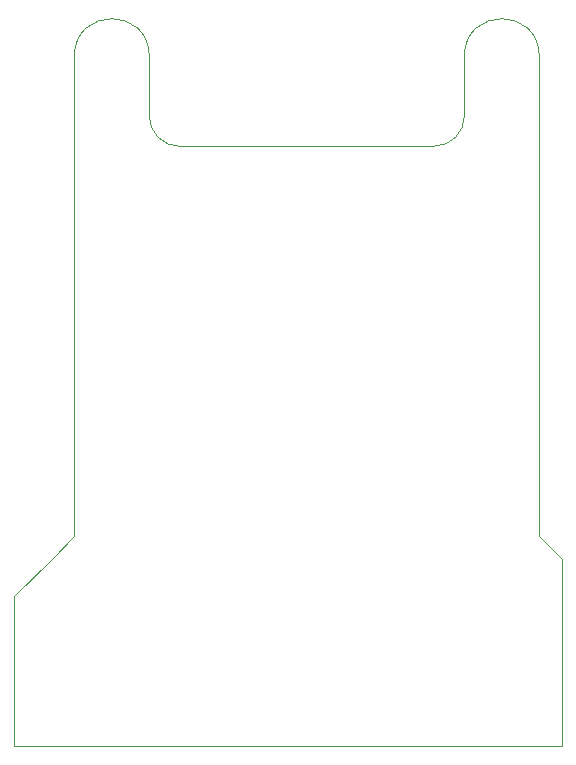
<source format=gm1>
%TF.GenerationSoftware,KiCad,Pcbnew,(6.0.0)*%
%TF.CreationDate,2022-03-13T18:37:57-04:00*%
%TF.ProjectId,buffer PCB,62756666-6572-4205-9043-422e6b696361,rev?*%
%TF.SameCoordinates,Original*%
%TF.FileFunction,Profile,NP*%
%FSLAX46Y46*%
G04 Gerber Fmt 4.6, Leading zero omitted, Abs format (unit mm)*
G04 Created by KiCad (PCBNEW (6.0.0)) date 2022-03-13 18:37:57*
%MOMM*%
%LPD*%
G01*
G04 APERTURE LIST*
%TA.AperFunction,Profile*%
%ADD10C,0.100000*%
%TD*%
G04 APERTURE END LIST*
D10*
X139065000Y-111760000D02*
X140970000Y-113665000D01*
X139065000Y-71120000D02*
G75*
G03*
X132715000Y-71120000I-3175000J0D01*
G01*
X130175000Y-78740000D02*
G75*
G03*
X132715000Y-76200000I-1J2540001D01*
G01*
X94615000Y-116840000D02*
X94615000Y-129540000D01*
X106045000Y-76200000D02*
G75*
G03*
X108585000Y-78740000I2540001J1D01*
G01*
X99695000Y-111760000D02*
X97790000Y-113665000D01*
X132715000Y-76200000D02*
X132715000Y-71120000D01*
X97790000Y-113665000D02*
X94615000Y-116840000D01*
X106045000Y-71120000D02*
G75*
G03*
X99695000Y-71120000I-3175000J0D01*
G01*
X140970000Y-129540000D02*
X140970000Y-113665000D01*
X139065000Y-111760000D02*
X139065000Y-71120000D01*
X99695000Y-71120000D02*
X99695000Y-111760000D01*
X106045000Y-76200000D02*
X106045000Y-71120000D01*
X94615000Y-129540000D02*
X140970000Y-129540000D01*
X130175000Y-78740000D02*
X108585000Y-78740000D01*
M02*

</source>
